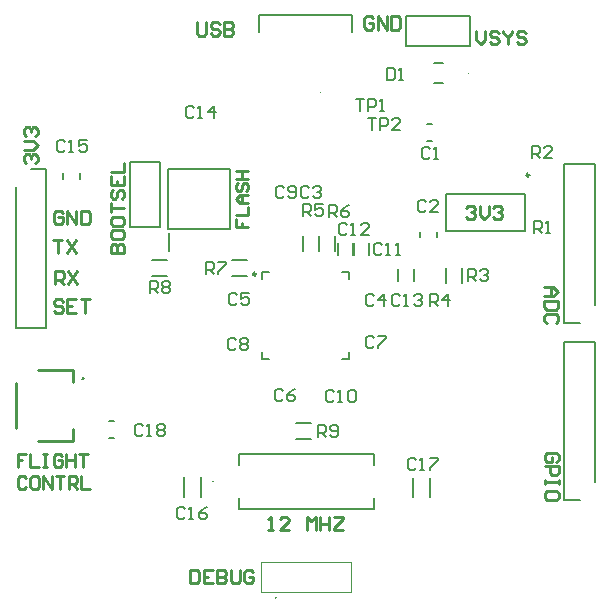
<source format=gto>
G04*
G04 #@! TF.GenerationSoftware,Altium Limited,Altium Designer,24.1.2 (44)*
G04*
G04 Layer_Color=65535*
%FSLAX25Y25*%
%MOIN*%
G70*
G04*
G04 #@! TF.SameCoordinates,39EB1DAC-EBEA-44A6-9D02-620A6BFF75B3*
G04*
G04*
G04 #@! TF.FilePolarity,Positive*
G04*
G01*
G75*
%ADD10C,0.00394*%
%ADD11C,0.00984*%
%ADD12C,0.00787*%
%ADD13C,0.01000*%
%ADD14C,0.00900*%
%ADD15C,0.00800*%
D10*
X67723Y39670D02*
G03*
X67329Y39670I-197J0D01*
G01*
D02*
G03*
X67723Y39670I197J0D01*
G01*
X152542Y175800D02*
G03*
X152936Y175800I197J0D01*
G01*
D02*
G03*
X152542Y175800I-197J0D01*
G01*
X103543Y168898D02*
G03*
X103543Y169291I0J197D01*
G01*
D02*
G03*
X103543Y168898I0J-197D01*
G01*
X83583Y2874D02*
Y12874D01*
Y2874D02*
X113583D01*
Y12874D01*
X83583D02*
X113583D01*
D11*
X173065Y141802D02*
G03*
X173065Y141802I-492J0D01*
G01*
X81988Y108780D02*
G03*
X81988Y108780I-492J0D01*
G01*
D12*
X88583Y984D02*
G03*
X88583Y984I-197J0D01*
G01*
X32914Y59754D02*
X34686D01*
X32914Y54046D02*
X34686D01*
X76384Y30418D02*
Y34158D01*
Y30418D02*
X121266D01*
Y34158D01*
Y45182D02*
Y48922D01*
X76384D02*
X121266D01*
X76384Y45182D02*
Y48922D01*
X134301Y34408D02*
Y40992D01*
X140099Y34408D02*
Y40992D01*
X95395Y59057D02*
X100405D01*
X95395Y53742D02*
X100405D01*
X97543Y116395D02*
Y121405D01*
X102857Y116395D02*
Y121405D01*
X102842Y116395D02*
Y121405D01*
X108158Y116395D02*
Y121405D01*
X109341Y115131D02*
Y119069D01*
X114459Y115131D02*
Y119069D01*
X114441Y115131D02*
Y119069D01*
X119559Y115131D02*
Y119069D01*
X145211Y123298D02*
Y135502D01*
X171589Y123298D02*
Y135502D01*
X145211Y123298D02*
X171589D01*
X145211Y135502D02*
X171589D01*
X84055Y80630D02*
X86221D01*
X84055D02*
Y82795D01*
X110630Y80630D02*
X112795D01*
Y82795D01*
Y107205D02*
Y109370D01*
X110630D02*
X112795D01*
X84055D02*
X86221D01*
X84055Y107205D02*
Y109370D01*
X63599Y34508D02*
Y41092D01*
X57801Y34508D02*
Y41092D01*
X138814Y158954D02*
X140586D01*
X138814Y153246D02*
X140586D01*
X47295Y113657D02*
X52305D01*
X47295Y108343D02*
X52305D01*
X73795Y113558D02*
X78805D01*
X73795Y108242D02*
X78805D01*
X150758Y105995D02*
Y111005D01*
X145442Y105995D02*
Y111005D01*
X142354Y121014D02*
Y122786D01*
X136646Y121014D02*
Y122786D01*
X129341Y106532D02*
Y110468D01*
X134459Y106532D02*
Y110468D01*
X23254Y140614D02*
Y142386D01*
X17546Y140614D02*
Y142386D01*
X141125Y179147D02*
X144275D01*
X141125Y172453D02*
X144275D01*
X40000Y124652D02*
Y146148D01*
Y124652D02*
X50000D01*
Y146148D01*
X40000D02*
X50000D01*
X131952Y185000D02*
X153448D01*
Y195000D01*
X131952D02*
X153448D01*
X131952Y185000D02*
Y195000D01*
X113898Y189370D02*
Y195098D01*
X82953D02*
X113898D01*
X82953Y189370D02*
Y195098D01*
X52606Y123861D02*
Y143939D01*
X73394D01*
Y123861D02*
Y143939D01*
X52606Y123861D02*
X73394D01*
X52842Y116380D02*
Y122483D01*
X6890Y143780D02*
X12106D01*
Y90827D02*
Y143780D01*
X1969Y90827D02*
X12106D01*
X1969D02*
Y137795D01*
X184744Y92441D02*
X189961D01*
X184744D02*
Y145394D01*
X194882D01*
Y98425D02*
Y145394D01*
X184744Y33386D02*
X189961D01*
X184744D02*
Y86339D01*
X194882D01*
Y39370D02*
Y86339D01*
D13*
X24419Y74008D02*
G03*
X24419Y74008I-238J0D01*
G01*
X1969Y57468D02*
Y72465D01*
X21063Y53150D02*
Y57335D01*
Y72720D02*
Y76772D01*
X9331Y53150D02*
X21063D01*
X9331Y76772D02*
X21063D01*
D14*
X5332Y48807D02*
X2500D01*
Y46683D01*
X3916D01*
X2500D01*
Y44558D01*
X6749Y48807D02*
Y44558D01*
X9581D01*
X10997Y48807D02*
X12414D01*
X11705D01*
Y44558D01*
X10997D01*
X12414D01*
X17370Y48099D02*
X16662Y48807D01*
X15246D01*
X14538Y48099D01*
Y45267D01*
X15246Y44558D01*
X16662D01*
X17370Y45267D01*
Y46683D01*
X15954D01*
X18786Y48807D02*
Y44558D01*
Y46683D01*
X21619D01*
Y48807D01*
Y44558D01*
X23035Y48807D02*
X25868D01*
X24451D01*
Y44558D01*
X5332Y40841D02*
X4624Y41549D01*
X3208D01*
X2500Y40841D01*
Y38008D01*
X3208Y37300D01*
X4624D01*
X5332Y38008D01*
X8873Y41549D02*
X7457D01*
X6749Y40841D01*
Y38008D01*
X7457Y37300D01*
X8873D01*
X9581Y38008D01*
Y40841D01*
X8873Y41549D01*
X10997Y37300D02*
Y41549D01*
X13830Y37300D01*
Y41549D01*
X15246D02*
X18078D01*
X16662D01*
Y37300D01*
X19494D02*
Y41549D01*
X21619D01*
X22327Y40841D01*
Y39424D01*
X21619Y38716D01*
X19494D01*
X20911D02*
X22327Y37300D01*
X23743Y41549D02*
Y37300D01*
X26576D01*
X62300Y192799D02*
Y189050D01*
X63050Y188300D01*
X64549D01*
X65299Y189050D01*
Y192799D01*
X69798Y192049D02*
X69048Y192799D01*
X67548D01*
X66799Y192049D01*
Y191299D01*
X67548Y190549D01*
X69048D01*
X69798Y189799D01*
Y189050D01*
X69048Y188300D01*
X67548D01*
X66799Y189050D01*
X71297Y192799D02*
Y188300D01*
X73546D01*
X74296Y189050D01*
Y189799D01*
X73546Y190549D01*
X71297D01*
X73546D01*
X74296Y191299D01*
Y192049D01*
X73546Y192799D01*
X71297D01*
X121099Y194049D02*
X120349Y194799D01*
X118850D01*
X118100Y194049D01*
Y191050D01*
X118850Y190300D01*
X120349D01*
X121099Y191050D01*
Y192549D01*
X119599D01*
X122599Y190300D02*
Y194799D01*
X125598Y190300D01*
Y194799D01*
X127097D02*
Y190300D01*
X129346D01*
X130096Y191050D01*
Y194049D01*
X129346Y194799D01*
X127097D01*
X33501Y116000D02*
X38000D01*
Y118249D01*
X37250Y118999D01*
X36500D01*
X35751Y118249D01*
Y116000D01*
Y118249D01*
X35001Y118999D01*
X34251D01*
X33501Y118249D01*
Y116000D01*
Y122748D02*
Y121248D01*
X34251Y120499D01*
X37250D01*
X38000Y121248D01*
Y122748D01*
X37250Y123498D01*
X34251D01*
X33501Y122748D01*
Y127246D02*
Y125747D01*
X34251Y124997D01*
X37250D01*
X38000Y125747D01*
Y127246D01*
X37250Y127996D01*
X34251D01*
X33501Y127246D01*
Y129496D02*
Y132495D01*
Y130995D01*
X38000D01*
X34251Y136993D02*
X33501Y136243D01*
Y134744D01*
X34251Y133994D01*
X35001D01*
X35751Y134744D01*
Y136243D01*
X36500Y136993D01*
X37250D01*
X38000Y136243D01*
Y134744D01*
X37250Y133994D01*
X33501Y141492D02*
Y138493D01*
X38000D01*
Y141492D01*
X35751Y138493D02*
Y139992D01*
X33501Y142991D02*
X38000D01*
Y145990D01*
X86100Y23400D02*
X87599D01*
X86850D01*
Y27899D01*
X86100Y27149D01*
X92848Y23400D02*
X89849D01*
X92848Y26399D01*
Y27149D01*
X92098Y27899D01*
X90599D01*
X89849Y27149D01*
X98846Y23400D02*
Y27899D01*
X100345Y26399D01*
X101845Y27899D01*
Y23400D01*
X103344Y27899D02*
Y23400D01*
Y25649D01*
X106343D01*
Y27899D01*
Y23400D01*
X107843Y27899D02*
X110842D01*
Y27149D01*
X107843Y24150D01*
Y23400D01*
X110842D01*
X75301Y127166D02*
Y124500D01*
X77301D01*
Y125833D01*
Y124500D01*
X79300D01*
X75301Y128499D02*
X79300D01*
Y131165D01*
Y132497D02*
X76634D01*
X75301Y133830D01*
X76634Y135163D01*
X79300D01*
X77301D01*
Y132497D01*
X75968Y139162D02*
X75301Y138496D01*
Y137163D01*
X75968Y136496D01*
X76634D01*
X77301Y137163D01*
Y138496D01*
X77967Y139162D01*
X78634D01*
X79300Y138496D01*
Y137163D01*
X78634Y136496D01*
X75301Y140495D02*
X79300D01*
X77301D01*
Y143161D01*
X75301D01*
X79300D01*
X152000Y130849D02*
X152750Y131599D01*
X154249D01*
X154999Y130849D01*
Y130099D01*
X154249Y129349D01*
X153499D01*
X154249D01*
X154999Y128600D01*
Y127850D01*
X154249Y127100D01*
X152750D01*
X152000Y127850D01*
X156499Y131599D02*
Y128600D01*
X157998Y127100D01*
X159498Y128600D01*
Y131599D01*
X160997Y130849D02*
X161747Y131599D01*
X163246D01*
X163996Y130849D01*
Y130099D01*
X163246Y129349D01*
X162497D01*
X163246D01*
X163996Y128600D01*
Y127850D01*
X163246Y127100D01*
X161747D01*
X160997Y127850D01*
X155300Y189999D02*
Y186999D01*
X156799Y185500D01*
X158299Y186999D01*
Y189999D01*
X162798Y189249D02*
X162048Y189999D01*
X160548D01*
X159799Y189249D01*
Y188499D01*
X160548Y187749D01*
X162048D01*
X162798Y186999D01*
Y186250D01*
X162048Y185500D01*
X160548D01*
X159799Y186250D01*
X164297Y189999D02*
Y189249D01*
X165797Y187749D01*
X167296Y189249D01*
Y189999D01*
X165797Y187749D02*
Y185500D01*
X171795Y189249D02*
X171045Y189999D01*
X169545D01*
X168796Y189249D01*
Y188499D01*
X169545Y187749D01*
X171045D01*
X171795Y186999D01*
Y186250D01*
X171045Y185500D01*
X169545D01*
X168796Y186250D01*
X178100Y104500D02*
X181099D01*
X182599Y103000D01*
X181099Y101501D01*
X178100D01*
X180349D01*
Y104500D01*
X182599Y100001D02*
X178100D01*
Y97752D01*
X178850Y97002D01*
X181849D01*
X182599Y97752D01*
Y100001D01*
X181849Y92504D02*
X182599Y93254D01*
Y94753D01*
X181849Y95503D01*
X178850D01*
X178100Y94753D01*
Y93254D01*
X178850Y92504D01*
X182049Y46201D02*
X182799Y46951D01*
Y48450D01*
X182049Y49200D01*
X179050D01*
X178300Y48450D01*
Y46951D01*
X179050Y46201D01*
X180549D01*
Y47701D01*
X178300Y44701D02*
X182799D01*
Y42452D01*
X182049Y41702D01*
X180549D01*
X179799Y42452D01*
Y44701D01*
X182799Y40203D02*
Y38703D01*
Y39453D01*
X178300D01*
Y40203D01*
Y38703D01*
X182799Y34205D02*
Y35704D01*
X182049Y36454D01*
X179050D01*
X178300Y35704D01*
Y34205D01*
X179050Y33455D01*
X182049D01*
X182799Y34205D01*
X60100Y10199D02*
Y5700D01*
X62349D01*
X63099Y6450D01*
Y9449D01*
X62349Y10199D01*
X60100D01*
X67598D02*
X64599D01*
Y5700D01*
X67598D01*
X64599Y7949D02*
X66098D01*
X69097Y10199D02*
Y5700D01*
X71346D01*
X72096Y6450D01*
Y7199D01*
X71346Y7949D01*
X69097D01*
X71346D01*
X72096Y8699D01*
Y9449D01*
X71346Y10199D01*
X69097D01*
X73596D02*
Y6450D01*
X74345Y5700D01*
X75845D01*
X76595Y6450D01*
Y10199D01*
X81093Y9449D02*
X80344Y10199D01*
X78844D01*
X78094Y9449D01*
Y6450D01*
X78844Y5700D01*
X80344D01*
X81093Y6450D01*
Y7949D01*
X79594D01*
X5451Y145700D02*
X4701Y146450D01*
Y147949D01*
X5451Y148699D01*
X6201D01*
X6951Y147949D01*
Y147199D01*
Y147949D01*
X7700Y148699D01*
X8450D01*
X9200Y147949D01*
Y146450D01*
X8450Y145700D01*
X4701Y150199D02*
X7700D01*
X9200Y151698D01*
X7700Y153198D01*
X4701D01*
X5451Y154697D02*
X4701Y155447D01*
Y156946D01*
X5451Y157696D01*
X6201D01*
X6951Y156946D01*
Y156197D01*
Y156946D01*
X7700Y157696D01*
X8450D01*
X9200Y156946D01*
Y155447D01*
X8450Y154697D01*
X17599Y129249D02*
X16849Y129999D01*
X15350D01*
X14600Y129249D01*
Y126250D01*
X15350Y125500D01*
X16849D01*
X17599Y126250D01*
Y127749D01*
X16100D01*
X19099Y125500D02*
Y129999D01*
X22098Y125500D01*
Y129999D01*
X23597D02*
Y125500D01*
X25846D01*
X26596Y126250D01*
Y129249D01*
X25846Y129999D01*
X23597D01*
X14400Y120199D02*
X17399D01*
X15900D01*
Y115700D01*
X18899Y120199D02*
X21898Y115700D01*
Y120199D02*
X18899Y115700D01*
X14900Y105500D02*
Y109999D01*
X17149D01*
X17899Y109249D01*
Y107749D01*
X17149Y107000D01*
X14900D01*
X16399D02*
X17899Y105500D01*
X19399Y109999D02*
X22398Y105500D01*
Y109999D02*
X19399Y105500D01*
X17599Y99649D02*
X16849Y100399D01*
X15350D01*
X14600Y99649D01*
Y98899D01*
X15350Y98149D01*
X16849D01*
X17599Y97399D01*
Y96650D01*
X16849Y95900D01*
X15350D01*
X14600Y96650D01*
X22098Y100399D02*
X19099D01*
Y95900D01*
X22098D01*
X19099Y98149D02*
X20598D01*
X23597Y100399D02*
X26596D01*
X25097D01*
Y95900D01*
D15*
X61267Y164133D02*
X60601Y164799D01*
X59268D01*
X58602Y164133D01*
Y161467D01*
X59268Y160801D01*
X60601D01*
X61267Y161467D01*
X62600Y160801D02*
X63933D01*
X63267D01*
Y164799D01*
X62600Y164133D01*
X67932Y160801D02*
Y164799D01*
X65933Y162800D01*
X68598D01*
X75534Y101833D02*
X74867Y102499D01*
X73534D01*
X72868Y101833D01*
Y99167D01*
X73534Y98501D01*
X74867D01*
X75534Y99167D01*
X79532Y102499D02*
X76867D01*
Y100500D01*
X78199Y101166D01*
X78866D01*
X79532Y100500D01*
Y99167D01*
X78866Y98501D01*
X77533D01*
X76867Y99167D01*
X44267Y58233D02*
X43601Y58899D01*
X42268D01*
X41602Y58233D01*
Y55567D01*
X42268Y54901D01*
X43601D01*
X44267Y55567D01*
X45600Y54901D02*
X46933D01*
X46267D01*
Y58899D01*
X45600Y58233D01*
X48933D02*
X49599Y58899D01*
X50932D01*
X51598Y58233D01*
Y57566D01*
X50932Y56900D01*
X51598Y56234D01*
Y55567D01*
X50932Y54901D01*
X49599D01*
X48933Y55567D01*
Y56234D01*
X49599Y56900D01*
X48933Y57566D01*
Y58233D01*
X49599Y56900D02*
X50932D01*
X135267Y46933D02*
X134601Y47599D01*
X133268D01*
X132602Y46933D01*
Y44267D01*
X133268Y43601D01*
X134601D01*
X135267Y44267D01*
X136600Y43601D02*
X137933D01*
X137267D01*
Y47599D01*
X136600Y46933D01*
X139933Y47599D02*
X142598D01*
Y46933D01*
X139933Y44267D01*
Y43601D01*
X102668Y54401D02*
Y58399D01*
X104667D01*
X105333Y57733D01*
Y56400D01*
X104667Y55734D01*
X102668D01*
X104001D02*
X105333Y54401D01*
X106667Y55067D02*
X107333Y54401D01*
X108666D01*
X109332Y55067D01*
Y57733D01*
X108666Y58399D01*
X107333D01*
X106667Y57733D01*
Y57066D01*
X107333Y56400D01*
X109332D01*
X97668Y128101D02*
Y132099D01*
X99667D01*
X100334Y131433D01*
Y130100D01*
X99667Y129434D01*
X97668D01*
X99001D02*
X100334Y128101D01*
X104332Y132099D02*
X101666D01*
Y130100D01*
X102999Y130766D01*
X103666D01*
X104332Y130100D01*
Y128767D01*
X103666Y128101D01*
X102333D01*
X101666Y128767D01*
X106268Y128001D02*
Y131999D01*
X108267D01*
X108933Y131333D01*
Y130000D01*
X108267Y129333D01*
X106268D01*
X107601D02*
X108933Y128001D01*
X112932Y131999D02*
X111599Y131333D01*
X110266Y130000D01*
Y128667D01*
X110933Y128001D01*
X112266D01*
X112932Y128667D01*
Y129333D01*
X112266Y130000D01*
X110266D01*
X112267Y125233D02*
X111601Y125899D01*
X110268D01*
X109602Y125233D01*
Y122567D01*
X110268Y121901D01*
X111601D01*
X112267Y122567D01*
X113600Y121901D02*
X114933D01*
X114267D01*
Y125899D01*
X113600Y125233D01*
X119598Y121901D02*
X116933D01*
X119598Y124566D01*
Y125233D01*
X118932Y125899D01*
X117599D01*
X116933Y125233D01*
X124034Y118533D02*
X123367Y119199D01*
X122035D01*
X121368Y118533D01*
Y115867D01*
X122035Y115201D01*
X123367D01*
X124034Y115867D01*
X125367Y115201D02*
X126700D01*
X126033D01*
Y119199D01*
X125367Y118533D01*
X128699Y115201D02*
X130032D01*
X129366D01*
Y119199D01*
X128699Y118533D01*
X91234Y137633D02*
X90567Y138299D01*
X89234D01*
X88568Y137633D01*
Y134967D01*
X89234Y134301D01*
X90567D01*
X91234Y134967D01*
X92567D02*
X93233Y134301D01*
X94566D01*
X95232Y134967D01*
Y137633D01*
X94566Y138299D01*
X93233D01*
X92567Y137633D01*
Y136967D01*
X93233Y136300D01*
X95232D01*
X115235Y167199D02*
X117901D01*
X116568D01*
Y163201D01*
X119234D02*
Y167199D01*
X121233D01*
X121899Y166533D01*
Y165200D01*
X121233Y164533D01*
X119234D01*
X123232Y163201D02*
X124565D01*
X123899D01*
Y167199D01*
X123232Y166533D01*
X119268Y160999D02*
X121934D01*
X120601D01*
Y157001D01*
X123267D02*
Y160999D01*
X125267D01*
X125933Y160333D01*
Y159000D01*
X125267Y158334D01*
X123267D01*
X129932Y157001D02*
X127266D01*
X129932Y159667D01*
Y160333D01*
X129265Y160999D01*
X127932D01*
X127266Y160333D01*
X46568Y102401D02*
Y106399D01*
X48567D01*
X49234Y105733D01*
Y104400D01*
X48567Y103734D01*
X46568D01*
X47901D02*
X49234Y102401D01*
X50567Y105733D02*
X51233Y106399D01*
X52566D01*
X53232Y105733D01*
Y105067D01*
X52566Y104400D01*
X53232Y103734D01*
Y103067D01*
X52566Y102401D01*
X51233D01*
X50567Y103067D01*
Y103734D01*
X51233Y104400D01*
X50567Y105067D01*
Y105733D01*
X51233Y104400D02*
X52566D01*
X65168Y109001D02*
Y112999D01*
X67167D01*
X67834Y112333D01*
Y111000D01*
X67167Y110334D01*
X65168D01*
X66501D02*
X67834Y109001D01*
X69166Y112999D02*
X71832D01*
Y112333D01*
X69166Y109667D01*
Y109001D01*
X139868Y98201D02*
Y102199D01*
X141867D01*
X142534Y101533D01*
Y100200D01*
X141867Y99534D01*
X139868D01*
X141201D02*
X142534Y98201D01*
X145866D02*
Y102199D01*
X143867Y100200D01*
X146532D01*
X152668Y106501D02*
Y110499D01*
X154667D01*
X155333Y109833D01*
Y108500D01*
X154667Y107834D01*
X152668D01*
X154001D02*
X155333Y106501D01*
X156667Y109833D02*
X157333Y110499D01*
X158666D01*
X159332Y109833D01*
Y109167D01*
X158666Y108500D01*
X157999D01*
X158666D01*
X159332Y107834D01*
Y107167D01*
X158666Y106501D01*
X157333D01*
X156667Y107167D01*
X173868Y147501D02*
Y151499D01*
X175867D01*
X176533Y150833D01*
Y149500D01*
X175867Y148834D01*
X173868D01*
X175201D02*
X176533Y147501D01*
X180532D02*
X177866D01*
X180532Y150166D01*
Y150833D01*
X179866Y151499D01*
X178533D01*
X177866Y150833D01*
X174534Y122501D02*
Y126499D01*
X176533D01*
X177200Y125833D01*
Y124500D01*
X176533Y123834D01*
X174534D01*
X175867D02*
X177200Y122501D01*
X178533D02*
X179866D01*
X179199D01*
Y126499D01*
X178533Y125833D01*
X125734Y177499D02*
Y173501D01*
X127734D01*
X128400Y174167D01*
Y176833D01*
X127734Y177499D01*
X125734D01*
X129733Y173501D02*
X131066D01*
X130399D01*
Y177499D01*
X129733Y176833D01*
X58267Y30633D02*
X57601Y31299D01*
X56268D01*
X55602Y30633D01*
Y27967D01*
X56268Y27301D01*
X57601D01*
X58267Y27967D01*
X59600Y27301D02*
X60933D01*
X60267D01*
Y31299D01*
X59600Y30633D01*
X65598Y31299D02*
X64266Y30633D01*
X62933Y29300D01*
Y27967D01*
X63599Y27301D01*
X64932D01*
X65598Y27967D01*
Y28634D01*
X64932Y29300D01*
X62933D01*
X18267Y152833D02*
X17601Y153499D01*
X16268D01*
X15602Y152833D01*
Y150167D01*
X16268Y149501D01*
X17601D01*
X18267Y150167D01*
X19600Y149501D02*
X20933D01*
X20267D01*
Y153499D01*
X19600Y152833D01*
X25598Y153499D02*
X22933D01*
Y151500D01*
X24265Y152166D01*
X24932D01*
X25598Y151500D01*
Y150167D01*
X24932Y149501D01*
X23599D01*
X22933Y150167D01*
X129967Y101433D02*
X129301Y102099D01*
X127968D01*
X127302Y101433D01*
Y98767D01*
X127968Y98101D01*
X129301D01*
X129967Y98767D01*
X131300Y98101D02*
X132633D01*
X131967D01*
Y102099D01*
X131300Y101433D01*
X134633D02*
X135299Y102099D01*
X136632D01*
X137298Y101433D01*
Y100766D01*
X136632Y100100D01*
X135966D01*
X136632D01*
X137298Y99434D01*
Y98767D01*
X136632Y98101D01*
X135299D01*
X134633Y98767D01*
X108067Y69533D02*
X107401Y70199D01*
X106068D01*
X105402Y69533D01*
Y66867D01*
X106068Y66201D01*
X107401D01*
X108067Y66867D01*
X109400Y66201D02*
X110733D01*
X110067D01*
Y70199D01*
X109400Y69533D01*
X112733D02*
X113399Y70199D01*
X114732D01*
X115398Y69533D01*
Y66867D01*
X114732Y66201D01*
X113399D01*
X112733Y66867D01*
Y69533D01*
X75434Y86733D02*
X74767Y87399D01*
X73434D01*
X72768Y86733D01*
Y84067D01*
X73434Y83401D01*
X74767D01*
X75434Y84067D01*
X76767Y86733D02*
X77433Y87399D01*
X78766D01*
X79432Y86733D01*
Y86066D01*
X78766Y85400D01*
X79432Y84734D01*
Y84067D01*
X78766Y83401D01*
X77433D01*
X76767Y84067D01*
Y84734D01*
X77433Y85400D01*
X76767Y86066D01*
Y86733D01*
X77433Y85400D02*
X78766D01*
X121334Y87433D02*
X120667Y88099D01*
X119334D01*
X118668Y87433D01*
Y84767D01*
X119334Y84101D01*
X120667D01*
X121334Y84767D01*
X122667Y88099D02*
X125332D01*
Y87433D01*
X122667Y84767D01*
Y84101D01*
X90847Y69737D02*
X90181Y70404D01*
X88848D01*
X88182Y69737D01*
Y67071D01*
X88848Y66405D01*
X90181D01*
X90847Y67071D01*
X94846Y70404D02*
X93513Y69737D01*
X92180Y68404D01*
Y67071D01*
X92847Y66405D01*
X94179D01*
X94846Y67071D01*
Y67738D01*
X94179Y68404D01*
X92180D01*
X121133Y101533D02*
X120467Y102199D01*
X119134D01*
X118468Y101533D01*
Y98867D01*
X119134Y98201D01*
X120467D01*
X121133Y98867D01*
X124466Y98201D02*
Y102199D01*
X122467Y100200D01*
X125132D01*
X99734Y137533D02*
X99067Y138199D01*
X97734D01*
X97068Y137533D01*
Y134867D01*
X97734Y134201D01*
X99067D01*
X99734Y134867D01*
X101067Y137533D02*
X101733Y138199D01*
X103066D01*
X103732Y137533D01*
Y136866D01*
X103066Y136200D01*
X102399D01*
X103066D01*
X103732Y135533D01*
Y134867D01*
X103066Y134201D01*
X101733D01*
X101067Y134867D01*
X138634Y132933D02*
X137967Y133599D01*
X136634D01*
X135968Y132933D01*
Y130267D01*
X136634Y129601D01*
X137967D01*
X138634Y130267D01*
X142632Y129601D02*
X139966D01*
X142632Y132266D01*
Y132933D01*
X141966Y133599D01*
X140633D01*
X139966Y132933D01*
X139900Y150433D02*
X139234Y151099D01*
X137901D01*
X137234Y150433D01*
Y147767D01*
X137901Y147101D01*
X139234D01*
X139900Y147767D01*
X141233Y147101D02*
X142566D01*
X141899D01*
Y151099D01*
X141233Y150433D01*
M02*

</source>
